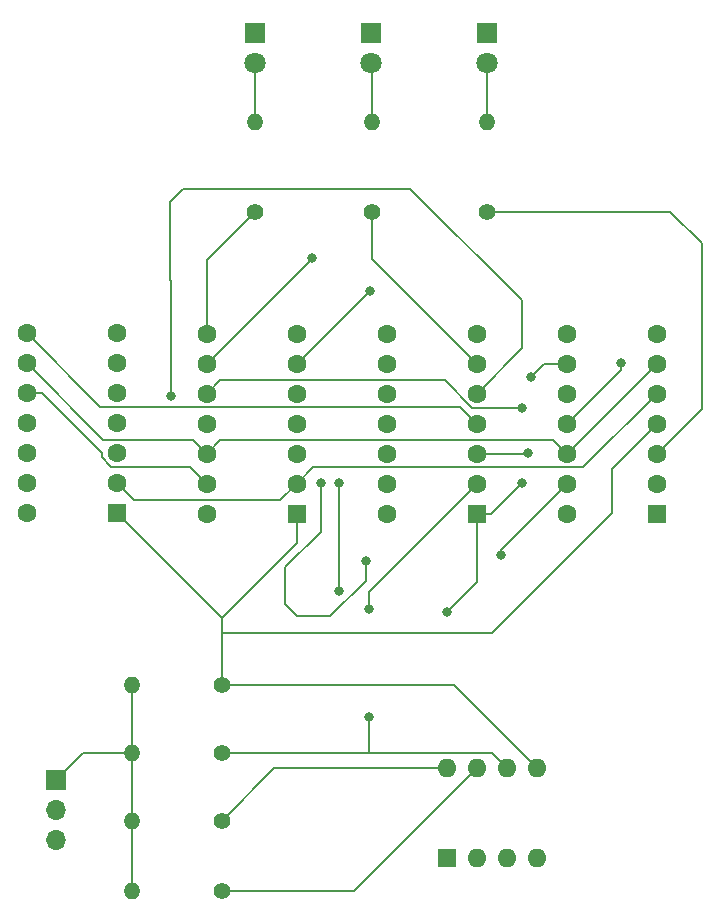
<source format=gtl>
%TF.GenerationSoftware,KiCad,Pcbnew,(6.0.2)*%
%TF.CreationDate,2022-11-27T18:43:32-05:00*%
%TF.ProjectId,ECE436_Project,45434534-3336-45f5-9072-6f6a6563742e,rev?*%
%TF.SameCoordinates,Original*%
%TF.FileFunction,Copper,L1,Top*%
%TF.FilePolarity,Positive*%
%FSLAX46Y46*%
G04 Gerber Fmt 4.6, Leading zero omitted, Abs format (unit mm)*
G04 Created by KiCad (PCBNEW (6.0.2)) date 2022-11-27 18:43:32*
%MOMM*%
%LPD*%
G01*
G04 APERTURE LIST*
%TA.AperFunction,ComponentPad*%
%ADD10C,1.600000*%
%TD*%
%TA.AperFunction,ComponentPad*%
%ADD11R,1.600000X1.600000*%
%TD*%
%TA.AperFunction,ComponentPad*%
%ADD12O,1.600000X1.600000*%
%TD*%
%TA.AperFunction,ComponentPad*%
%ADD13O,1.400000X1.400000*%
%TD*%
%TA.AperFunction,ComponentPad*%
%ADD14C,1.400000*%
%TD*%
%TA.AperFunction,ComponentPad*%
%ADD15O,1.700000X1.700000*%
%TD*%
%TA.AperFunction,ComponentPad*%
%ADD16R,1.700000X1.700000*%
%TD*%
%TA.AperFunction,ComponentPad*%
%ADD17C,1.800000*%
%TD*%
%TA.AperFunction,ComponentPad*%
%ADD18R,1.800000X1.800000*%
%TD*%
%TA.AperFunction,ViaPad*%
%ADD19C,0.800000*%
%TD*%
%TA.AperFunction,Conductor*%
%ADD20C,0.200000*%
%TD*%
%TA.AperFunction,Conductor*%
%ADD21C,0.152400*%
%TD*%
G04 APERTURE END LIST*
D10*
%TO.P,U1,14,VCC*%
%TO.N,/3V*%
X255270000Y-121950000D03*
%TO.P,U1,13,4B*%
%TO.N,Net-(U4-Pad10)*%
X255270000Y-119410000D03*
%TO.P,U1,12,4A*%
%TO.N,Net-(U4-Pad9)*%
X255270000Y-116870000D03*
%TO.P,U1,11,4Y*%
%TO.N,Net-(U1-Pad11)*%
X255270000Y-114330000D03*
%TO.P,U1,10,3B*%
%TO.N,Net-(U2-Pad6)*%
X255270000Y-111790000D03*
%TO.P,U1,9,3A*%
%TO.N,Net-(U4-Pad6)*%
X255270000Y-109250000D03*
%TO.P,U1,8,3Y*%
%TO.N,Net-(U4-Pad10)*%
X255270000Y-106710000D03*
%TO.P,U1,7,GND*%
%TO.N,GND*%
X262890000Y-106710000D03*
%TO.P,U1,6,2Y*%
%TO.N,Net-(U4-Pad9)*%
X262890000Y-109250000D03*
%TO.P,U1,5,2B*%
%TO.N,Net-(R2-Pad1)*%
X262890000Y-111790000D03*
%TO.P,U1,4,2A*%
%TO.N,Net-(R6-Pad1)*%
X262890000Y-114330000D03*
%TO.P,U1,3,1Y*%
%TO.N,Net-(U1-Pad3)*%
X262890000Y-116870000D03*
%TO.P,U1,2,1B*%
%TO.N,Net-(U1-Pad2)*%
X262890000Y-119410000D03*
D11*
%TO.P,U1,1,1A*%
%TO.N,Net-(U4-Pad3)*%
X262890000Y-121950000D03*
%TD*%
D10*
%TO.P,U2,14,VCC*%
%TO.N,/3V*%
X224790000Y-121950000D03*
%TO.P,U2,13,4B*%
%TO.N,Net-(U4-Pad10)*%
X224790000Y-119410000D03*
%TO.P,U2,12,4A*%
%TO.N,Net-(U4-Pad9)*%
X224790000Y-116870000D03*
%TO.P,U2,11,4Y*%
%TO.N,Net-(U3-Pad5)*%
X224790000Y-114330000D03*
%TO.P,U2,10,3B*%
%TO.N,Net-(U3-Pad3)*%
X224790000Y-111790000D03*
%TO.P,U2,9,3A*%
%TO.N,Net-(U1-Pad11)*%
X224790000Y-109250000D03*
%TO.P,U2,8,3Y*%
%TO.N,Net-(R7-Pad1)*%
X224790000Y-106710000D03*
%TO.P,U2,7,GND*%
%TO.N,GND*%
X232410000Y-106710000D03*
%TO.P,U2,6,2Y*%
%TO.N,Net-(U2-Pad6)*%
X232410000Y-109250000D03*
%TO.P,U2,5,2B*%
%TO.N,Net-(R3-Pad1)*%
X232410000Y-111790000D03*
%TO.P,U2,4,2A*%
%TO.N,Net-(R4-Pad1)*%
X232410000Y-114330000D03*
%TO.P,U2,3,1Y*%
%TO.N,Net-(U1-Pad2)*%
X232410000Y-116870000D03*
%TO.P,U2,2,1B*%
%TO.N,Net-(R2-Pad1)*%
X232410000Y-119410000D03*
D11*
%TO.P,U2,1,1A*%
%TO.N,Net-(R6-Pad1)*%
X232410000Y-121950000D03*
%TD*%
D10*
%TO.P,U4,14,VCC*%
%TO.N,/3V*%
X209550000Y-121920000D03*
%TO.P,U4,13,4B*%
%TO.N,unconnected-(U4-Pad13)*%
X209550000Y-119380000D03*
%TO.P,U4,12,4A*%
%TO.N,unconnected-(U4-Pad12)*%
X209550000Y-116840000D03*
%TO.P,U4,11,4Y*%
%TO.N,unconnected-(U4-Pad11)*%
X209550000Y-114300000D03*
%TO.P,U4,10,3B*%
%TO.N,Net-(U4-Pad10)*%
X209550000Y-111760000D03*
%TO.P,U4,9,3A*%
%TO.N,Net-(U4-Pad9)*%
X209550000Y-109220000D03*
%TO.P,U4,8,3Y*%
%TO.N,Net-(U4-Pad8)*%
X209550000Y-106680000D03*
%TO.P,U4,7,GND*%
%TO.N,GND*%
X217170000Y-106680000D03*
%TO.P,U4,6,2Y*%
%TO.N,Net-(U4-Pad6)*%
X217170000Y-109220000D03*
%TO.P,U4,5,2B*%
%TO.N,Net-(R3-Pad1)*%
X217170000Y-111760000D03*
%TO.P,U4,4,2A*%
%TO.N,Net-(R4-Pad1)*%
X217170000Y-114300000D03*
%TO.P,U4,3,1Y*%
%TO.N,Net-(U4-Pad3)*%
X217170000Y-116840000D03*
%TO.P,U4,2,1B*%
%TO.N,Net-(R2-Pad1)*%
X217170000Y-119380000D03*
D11*
%TO.P,U4,1,1A*%
%TO.N,Net-(R6-Pad1)*%
X217170000Y-121920000D03*
%TD*%
D10*
%TO.P,U3,14,VCC*%
%TO.N,/3V*%
X240030000Y-121950000D03*
%TO.P,U3,13,4B*%
%TO.N,unconnected-(U3-Pad13)*%
X240030000Y-119410000D03*
%TO.P,U3,12,4A*%
%TO.N,unconnected-(U3-Pad12)*%
X240030000Y-116870000D03*
%TO.P,U3,11,4Y*%
%TO.N,unconnected-(U3-Pad11)*%
X240030000Y-114330000D03*
%TO.P,U3,10,3B*%
%TO.N,unconnected-(U3-Pad10)*%
X240030000Y-111790000D03*
%TO.P,U3,9,3A*%
%TO.N,unconnected-(U3-Pad9)*%
X240030000Y-109250000D03*
%TO.P,U3,8,3Y*%
%TO.N,unconnected-(U3-Pad8)*%
X240030000Y-106710000D03*
%TO.P,U3,7,GND*%
%TO.N,GND*%
X247650000Y-106710000D03*
%TO.P,U3,6,2Y*%
%TO.N,Net-(R5-Pad1)*%
X247650000Y-109250000D03*
%TO.P,U3,5,2B*%
%TO.N,Net-(U3-Pad5)*%
X247650000Y-111790000D03*
%TO.P,U3,4,2A*%
%TO.N,Net-(U4-Pad8)*%
X247650000Y-114330000D03*
%TO.P,U3,3,1Y*%
%TO.N,Net-(U3-Pad3)*%
X247650000Y-116870000D03*
%TO.P,U3,2,1B*%
%TO.N,Net-(R4-Pad1)*%
X247650000Y-119410000D03*
D11*
%TO.P,U3,1,1A*%
%TO.N,Net-(R3-Pad1)*%
X247650000Y-121950000D03*
%TD*%
D12*
%TO.P,SW1,8*%
%TO.N,Net-(R3-Pad1)*%
X245120000Y-143467500D03*
%TO.P,SW1,7*%
%TO.N,Net-(R2-Pad1)*%
X247660000Y-143467500D03*
%TO.P,SW1,6*%
%TO.N,Net-(R4-Pad1)*%
X250200000Y-143467500D03*
%TO.P,SW1,5*%
%TO.N,Net-(R6-Pad1)*%
X252740000Y-143467500D03*
%TO.P,SW1,4*%
%TO.N,GND*%
X252740000Y-151087500D03*
%TO.P,SW1,3*%
X250200000Y-151087500D03*
%TO.P,SW1,2*%
X247660000Y-151087500D03*
D11*
%TO.P,SW1,1*%
X245120000Y-151087500D03*
%TD*%
D13*
%TO.P,R7,2*%
%TO.N,Net-(D1-Pad2)*%
X228904800Y-88752600D03*
D14*
%TO.P,R7,1*%
%TO.N,Net-(R7-Pad1)*%
X228904800Y-96372600D03*
%TD*%
D13*
%TO.P,R6,2*%
%TO.N,/3V*%
X218440000Y-136448800D03*
D14*
%TO.P,R6,1*%
%TO.N,Net-(R6-Pad1)*%
X226060000Y-136448800D03*
%TD*%
%TO.P,R5,1*%
%TO.N,Net-(R5-Pad1)*%
X238760000Y-96372600D03*
D13*
%TO.P,R5,2*%
%TO.N,Net-(R5-Pad2)*%
X238760000Y-88752600D03*
%TD*%
%TO.P,R4,2*%
%TO.N,/3V*%
X218440000Y-142240000D03*
D14*
%TO.P,R4,1*%
%TO.N,Net-(R4-Pad1)*%
X226060000Y-142240000D03*
%TD*%
%TO.P,R3,1*%
%TO.N,Net-(R3-Pad1)*%
X226060000Y-147929600D03*
D13*
%TO.P,R3,2*%
%TO.N,/3V*%
X218440000Y-147929600D03*
%TD*%
%TO.P,R2,2*%
%TO.N,/3V*%
X218440000Y-153873200D03*
D14*
%TO.P,R2,1*%
%TO.N,Net-(R2-Pad1)*%
X226060000Y-153873200D03*
%TD*%
%TO.P,R1,1*%
%TO.N,Net-(U1-Pad3)*%
X248564400Y-96372600D03*
D13*
%TO.P,R1,2*%
%TO.N,Net-(R1-Pad2)*%
X248564400Y-88752600D03*
%TD*%
D15*
%TO.P,J1,3,Pin_3*%
%TO.N,GND*%
X212039200Y-149606000D03*
%TO.P,J1,2,Pin_2*%
%TO.N,unconnected-(J1-Pad2)*%
X212039200Y-147066000D03*
D16*
%TO.P,J1,1,Pin_1*%
%TO.N,/3V*%
X212039200Y-144526000D03*
%TD*%
D17*
%TO.P,D4,2,A*%
%TO.N,Net-(R5-Pad2)*%
X238709200Y-83769200D03*
D18*
%TO.P,D4,1,K*%
%TO.N,GND*%
X238709200Y-81229200D03*
%TD*%
%TO.P,D3,1,K*%
%TO.N,GND*%
X248564400Y-81229200D03*
D17*
%TO.P,D3,2,A*%
%TO.N,Net-(R1-Pad2)*%
X248564400Y-83769200D03*
%TD*%
%TO.P,D1,2,A*%
%TO.N,Net-(D1-Pad2)*%
X228904800Y-83769200D03*
D18*
%TO.P,D1,1,K*%
%TO.N,GND*%
X228904800Y-81229200D03*
%TD*%
D19*
%TO.N,Net-(U2-Pad6)*%
X238607600Y-103047800D03*
%TO.N,Net-(U3-Pad3)*%
X251968000Y-116840000D03*
X251460000Y-113030000D03*
%TO.N,Net-(U1-Pad11)*%
X259842000Y-109220000D03*
X233680000Y-100330000D03*
%TO.N,Net-(U3-Pad5)*%
X221742000Y-112014000D03*
%TO.N,Net-(U4-Pad6)*%
X252264211Y-110374511D03*
%TO.N,Net-(U4-Pad10)*%
X234442000Y-119380000D03*
X238252000Y-125984000D03*
X249682000Y-125476000D03*
%TO.N,Net-(U1-Pad2)*%
X235966000Y-128524000D03*
X235966000Y-119380000D03*
%TO.N,Net-(R4-Pad1)*%
X238506000Y-130048000D03*
X238506000Y-139192000D03*
%TO.N,Net-(R3-Pad1)*%
X245110000Y-130302000D03*
X251460000Y-119380000D03*
%TD*%
D20*
%TO.N,Net-(U2-Pad6)*%
X238594900Y-103060500D02*
X238607600Y-103047800D01*
X233509511Y-108145889D02*
X238594900Y-103060500D01*
X233509511Y-108150489D02*
X233509511Y-108145889D01*
X232410000Y-109250000D02*
X233509511Y-108150489D01*
D21*
%TO.N,Net-(U3-Pad5)*%
X251485400Y-103886000D02*
X251485400Y-107954600D01*
X242036600Y-94437200D02*
X251485400Y-103886000D01*
X251485400Y-107954600D02*
X247650000Y-111790000D01*
X222834200Y-94437200D02*
X242036600Y-94437200D01*
X221716600Y-95554800D02*
X222834200Y-94437200D01*
X221716600Y-102130135D02*
X221716600Y-95554800D01*
X221742000Y-102155535D02*
X221716600Y-102130135D01*
X221742000Y-112014000D02*
X221742000Y-102155535D01*
%TO.N,Net-(U4-Pad10)*%
X231470200Y-126492000D02*
X234442000Y-123520200D01*
X232486200Y-130632200D02*
X231470200Y-129616200D01*
X231470200Y-129616200D02*
X231470200Y-126492000D01*
X235254800Y-130632200D02*
X232486200Y-130632200D01*
X238252000Y-127635000D02*
X235254800Y-130632200D01*
X238252000Y-125984000D02*
X238252000Y-127635000D01*
X234442000Y-123520200D02*
X234442000Y-119380000D01*
%TO.N,Net-(U3-Pad3)*%
X251938000Y-116870000D02*
X247650000Y-116870000D01*
X251968000Y-116840000D02*
X251938000Y-116870000D01*
X247299700Y-113030000D02*
X251460000Y-113030000D01*
X244935189Y-110665489D02*
X247299700Y-113030000D01*
X225914511Y-110665489D02*
X244935189Y-110665489D01*
X224790000Y-111790000D02*
X225914511Y-110665489D01*
%TO.N,Net-(U1-Pad11)*%
X259842000Y-109758000D02*
X255270000Y-114330000D01*
X259842000Y-109220000D02*
X259842000Y-109758000D01*
X233680000Y-100360000D02*
X233680000Y-100330000D01*
X224790000Y-109250000D02*
X233680000Y-100360000D01*
%TO.N,Net-(U4-Pad6)*%
X253388722Y-109250000D02*
X255270000Y-109250000D01*
X252264211Y-110374511D02*
X253388722Y-109250000D01*
%TO.N,Net-(U4-Pad10)*%
X249682000Y-124998000D02*
X249682000Y-125476000D01*
X255270000Y-119410000D02*
X249682000Y-124998000D01*
%TO.N,Net-(U1-Pad2)*%
X235966000Y-119380000D02*
X235966000Y-128524000D01*
%TO.N,Net-(R4-Pad1)*%
X238506000Y-128554000D02*
X247650000Y-119410000D01*
X238506000Y-130048000D02*
X238506000Y-128554000D01*
X238506000Y-142240000D02*
X238506000Y-139192000D01*
X238506000Y-142240000D02*
X248972500Y-142240000D01*
X226060000Y-142240000D02*
X238506000Y-142240000D01*
%TO.N,Net-(R3-Pad1)*%
X247650000Y-127762000D02*
X247650000Y-121950000D01*
X245110000Y-130302000D02*
X247650000Y-127762000D01*
%TO.N,Net-(U4-Pad10)*%
X223344511Y-117964511D02*
X224790000Y-119410000D01*
X216704211Y-117964511D02*
X223344511Y-117964511D01*
X215900000Y-117160300D02*
X216704211Y-117964511D01*
X210820000Y-111760000D02*
X215900000Y-116840000D01*
X209550000Y-111760000D02*
X210820000Y-111760000D01*
X215900000Y-116840000D02*
X215900000Y-117160300D01*
%TO.N,Net-(U4-Pad9)*%
X255270000Y-116870000D02*
X262890000Y-109250000D01*
X254145489Y-115745489D02*
X255270000Y-116870000D01*
X225914511Y-115745489D02*
X254145489Y-115745489D01*
X224790000Y-116870000D02*
X225914511Y-115745489D01*
X223635489Y-115715489D02*
X224790000Y-116870000D01*
X216045489Y-115715489D02*
X223635489Y-115715489D01*
X209550000Y-109220000D02*
X216045489Y-115715489D01*
%TO.N,Net-(U4-Pad8)*%
X246234511Y-112914511D02*
X247650000Y-114330000D01*
X215784511Y-112914511D02*
X246234511Y-112914511D01*
X209550000Y-106680000D02*
X215784511Y-112914511D01*
%TO.N,Net-(R3-Pad1)*%
X248890000Y-121950000D02*
X247650000Y-121950000D01*
X251460000Y-119380000D02*
X248890000Y-121950000D01*
%TO.N,Net-(R2-Pad1)*%
X256685489Y-117994511D02*
X262890000Y-111790000D01*
X233825489Y-117994511D02*
X256685489Y-117994511D01*
X232410000Y-119410000D02*
X233825489Y-117994511D01*
X230994511Y-120825489D02*
X232410000Y-119410000D01*
X218615489Y-120825489D02*
X230994511Y-120825489D01*
X217170000Y-119380000D02*
X218615489Y-120825489D01*
%TO.N,Net-(R6-Pad1)*%
X248920000Y-132080000D02*
X251460000Y-129540000D01*
X226060000Y-132080000D02*
X248920000Y-132080000D01*
X226060000Y-132080000D02*
X226060000Y-130810000D01*
X226060000Y-136448800D02*
X226060000Y-132080000D01*
X259080000Y-118140000D02*
X262890000Y-114330000D01*
X251460000Y-129540000D02*
X259080000Y-121920000D01*
X259080000Y-121920000D02*
X259080000Y-118140000D01*
X232410000Y-124460000D02*
X232410000Y-121950000D01*
X226060000Y-130810000D02*
X232410000Y-124460000D01*
X226060000Y-130810000D02*
X217170000Y-121920000D01*
%TO.N,Net-(R2-Pad1)*%
X237254300Y-153873200D02*
X247660000Y-143467500D01*
X226060000Y-153873200D02*
X237254300Y-153873200D01*
%TO.N,Net-(R3-Pad1)*%
X230522100Y-143467500D02*
X245120000Y-143467500D01*
X226060000Y-147929600D02*
X230522100Y-143467500D01*
%TO.N,Net-(R4-Pad1)*%
X248972500Y-142240000D02*
X250200000Y-143467500D01*
%TO.N,Net-(R6-Pad1)*%
X226060000Y-136448800D02*
X245721300Y-136448800D01*
X245721300Y-136448800D02*
X252740000Y-143467500D01*
%TO.N,Net-(U1-Pad3)*%
X266700000Y-113060000D02*
X262890000Y-116870000D01*
X266700000Y-99060000D02*
X266700000Y-113060000D01*
X264012600Y-96372600D02*
X266700000Y-99060000D01*
X248564400Y-96372600D02*
X264012600Y-96372600D01*
%TO.N,Net-(R5-Pad1)*%
X238760000Y-100360000D02*
X247650000Y-109250000D01*
X238760000Y-96372600D02*
X238760000Y-100360000D01*
%TO.N,Net-(R7-Pad1)*%
X224790000Y-100487400D02*
X228904800Y-96372600D01*
X224790000Y-106710000D02*
X224790000Y-100487400D01*
%TO.N,/3V*%
X218440000Y-147929600D02*
X218440000Y-153873200D01*
X218440000Y-147929600D02*
X218440000Y-142240000D01*
X214325200Y-142240000D02*
X212039200Y-144526000D01*
X218440000Y-142240000D02*
X214325200Y-142240000D01*
X218440000Y-136448800D02*
X218440000Y-142240000D01*
%TO.N,Net-(R1-Pad2)*%
X248564400Y-88752600D02*
X248564400Y-83769200D01*
%TO.N,Net-(R5-Pad2)*%
X238760000Y-88752600D02*
X238760000Y-83820000D01*
X238760000Y-83820000D02*
X238709200Y-83769200D01*
%TO.N,Net-(D1-Pad2)*%
X228904800Y-88752600D02*
X228904800Y-83769200D01*
%TD*%
M02*

</source>
